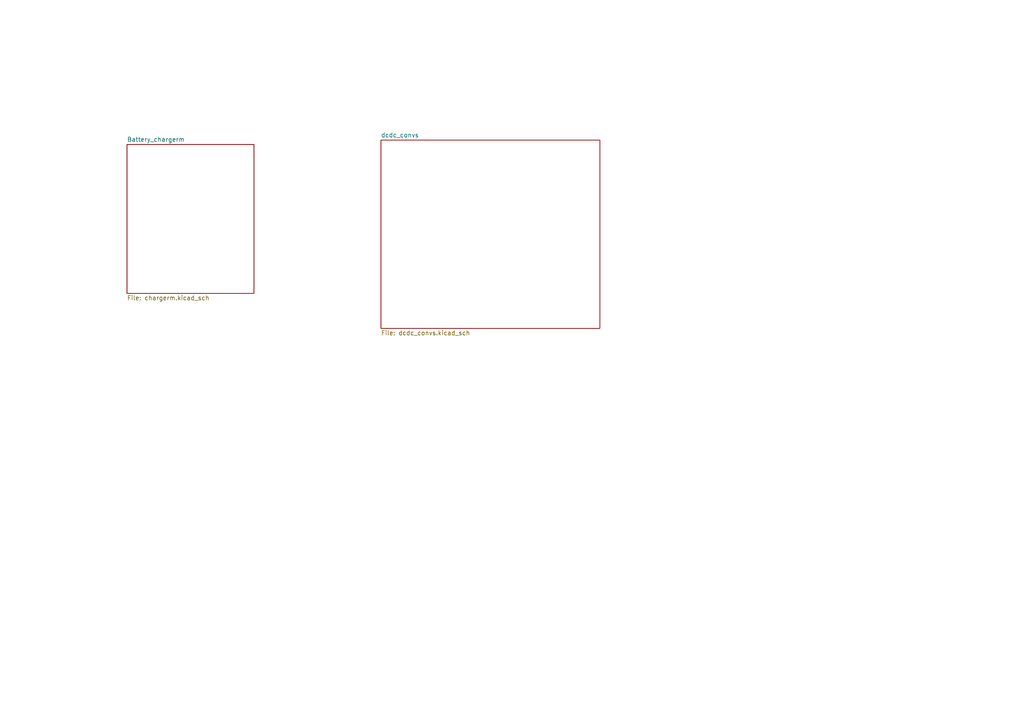
<source format=kicad_sch>
(kicad_sch (version 20211123) (generator eeschema)
  (paper "A4")
  (lib_symbols)
  (sheet (at 36.83 41.91) (size 36.83 43.18) (stroke (width 0.1524))
    (property "Sheet name" "Battery_chargerm" (at 36.83 41.1984 0) (effects (justify left bottom)))
    (property "Sheet file" "chargerm.kicad_sch" (at 36.83 85.6746 0) (effects (justify left top)))
  )
  (sheet (at 110.49 40.64) (size 63.5 54.61) (stroke (width 0.1524))
    (property "Sheet name" "dcdc_convs" (at 110.49 39.9284 0) (effects (justify left bottom)))
    (property "Sheet file" "dcdc_convs.kicad_sch" (at 110.49 95.8346 0) (effects (justify left top)))
  )
)
</source>
